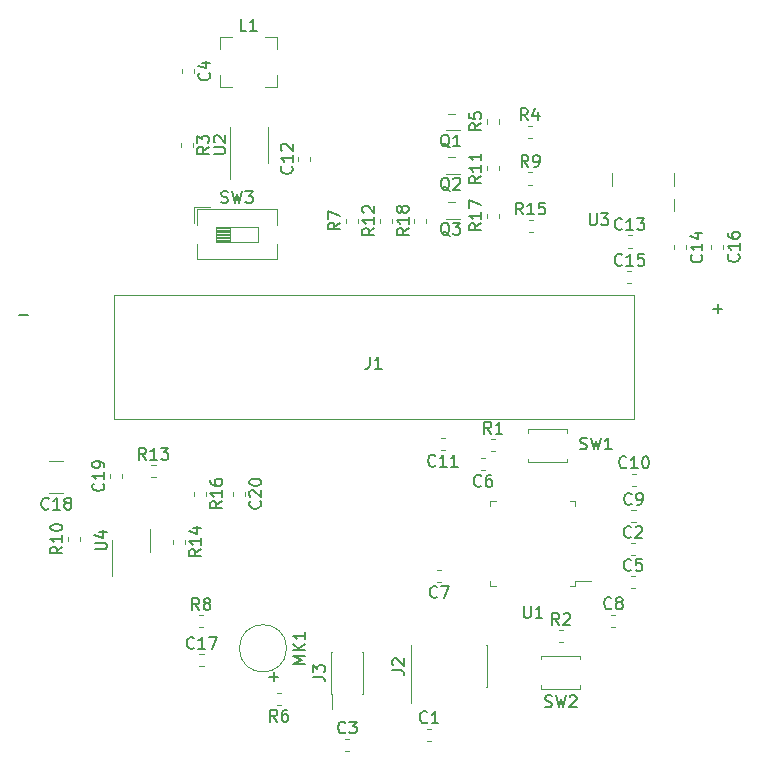
<source format=gbr>
G04 #@! TF.GenerationSoftware,KiCad,Pcbnew,5.1.5-52549c5~84~ubuntu18.04.1*
G04 #@! TF.CreationDate,2020-01-06T13:59:53+01:00*
G04 #@! TF.ProjectId,PCB-Ange,5043422d-416e-4676-952e-6b696361645f,rev?*
G04 #@! TF.SameCoordinates,Original*
G04 #@! TF.FileFunction,Legend,Top*
G04 #@! TF.FilePolarity,Positive*
%FSLAX46Y46*%
G04 Gerber Fmt 4.6, Leading zero omitted, Abs format (unit mm)*
G04 Created by KiCad (PCBNEW 5.1.5-52549c5~84~ubuntu18.04.1) date 2020-01-06 13:59:53*
%MOMM*%
%LPD*%
G04 APERTURE LIST*
%ADD10C,0.120000*%
%ADD11C,0.150000*%
G04 APERTURE END LIST*
D10*
X96384000Y-128485800D02*
X96384000Y-124955800D01*
X99044000Y-128485800D02*
X99044000Y-124955800D01*
X96449000Y-129810800D02*
X96449000Y-128485800D01*
X96384000Y-128485800D02*
X96449000Y-128485800D01*
X96384000Y-124955800D02*
X96449000Y-124955800D01*
X98979000Y-128485800D02*
X99044000Y-128485800D01*
X98979000Y-124955800D02*
X99044000Y-124955800D01*
X91043600Y-82016800D02*
X91043600Y-80516800D01*
X91043600Y-82016800D02*
X91043600Y-83516800D01*
X87823600Y-82016800D02*
X87823600Y-80516800D01*
X87823600Y-82016800D02*
X87823600Y-84941800D01*
X78000000Y-105250000D02*
X78000000Y-94750000D01*
X122000000Y-105250000D02*
X78000000Y-105250000D01*
X122000000Y-94750000D02*
X122000000Y-105250000D01*
X78000000Y-94750000D02*
X122000000Y-94750000D01*
X104513733Y-131443200D02*
X104856267Y-131443200D01*
X104513733Y-132463200D02*
X104856267Y-132463200D01*
X121785733Y-116766000D02*
X122128267Y-116766000D01*
X121785733Y-115746000D02*
X122128267Y-115746000D01*
X97582133Y-132306800D02*
X97924667Y-132306800D01*
X97582133Y-133326800D02*
X97924667Y-133326800D01*
X83742000Y-75585733D02*
X83742000Y-75928267D01*
X84762000Y-75585733D02*
X84762000Y-75928267D01*
X121785733Y-118540000D02*
X122128267Y-118540000D01*
X121785733Y-119560000D02*
X122128267Y-119560000D01*
X109416867Y-108557800D02*
X109074333Y-108557800D01*
X109416867Y-109577800D02*
X109074333Y-109577800D01*
X105697067Y-119001200D02*
X105354533Y-119001200D01*
X105697067Y-117981200D02*
X105354533Y-117981200D01*
X120109333Y-122811200D02*
X120451867Y-122811200D01*
X120109333Y-121791200D02*
X120451867Y-121791200D01*
X121813733Y-113972000D02*
X122156267Y-113972000D01*
X121813733Y-112952000D02*
X122156267Y-112952000D01*
X121850533Y-109853200D02*
X122193067Y-109853200D01*
X121850533Y-110873200D02*
X122193067Y-110873200D01*
X106013267Y-107876000D02*
X105670733Y-107876000D01*
X106013267Y-106856000D02*
X105670733Y-106856000D01*
X94617200Y-83356467D02*
X94617200Y-83013933D01*
X93597200Y-83356467D02*
X93597200Y-83013933D01*
X121480933Y-89685600D02*
X121823467Y-89685600D01*
X121480933Y-90705600D02*
X121823467Y-90705600D01*
X126443400Y-90506933D02*
X126443400Y-90849467D01*
X125423400Y-90506933D02*
X125423400Y-90849467D01*
X121469533Y-93728200D02*
X121812067Y-93728200D01*
X121469533Y-92708200D02*
X121812067Y-92708200D01*
X128573000Y-90467533D02*
X128573000Y-90810067D01*
X129593000Y-90467533D02*
X129593000Y-90810067D01*
X85237733Y-125144000D02*
X85580267Y-125144000D01*
X85237733Y-126164000D02*
X85580267Y-126164000D01*
X73714564Y-111520000D02*
X72510436Y-111520000D01*
X73714564Y-108800000D02*
X72510436Y-108800000D01*
X78666000Y-110218267D02*
X78666000Y-109875733D01*
X77646000Y-110218267D02*
X77646000Y-109875733D01*
X89080000Y-111371733D02*
X89080000Y-111714267D01*
X88060000Y-111371733D02*
X88060000Y-111714267D01*
X103115000Y-127927000D02*
X103115000Y-124397000D01*
X109585000Y-127927000D02*
X109585000Y-124397000D01*
X103180000Y-129252000D02*
X103180000Y-127927000D01*
X103115000Y-127927000D02*
X103180000Y-127927000D01*
X103115000Y-124397000D02*
X103180000Y-124397000D01*
X109520000Y-127927000D02*
X109585000Y-127927000D01*
X109520000Y-124397000D02*
X109585000Y-124397000D01*
X91767800Y-77116400D02*
X91767800Y-76091400D01*
X91767800Y-77116400D02*
X90742800Y-77116400D01*
X86997800Y-77116400D02*
X88022800Y-77116400D01*
X86997800Y-77116400D02*
X86997800Y-76091400D01*
X86997800Y-72896400D02*
X86997800Y-73921400D01*
X91767800Y-72896400D02*
X91767800Y-73921400D01*
X86997800Y-72896400D02*
X88022800Y-72896400D01*
X91767800Y-72896400D02*
X90742800Y-72896400D01*
X92610000Y-124638000D02*
G75*
G03X92610000Y-124638000I-2000000J0D01*
G01*
X106104000Y-80786400D02*
X107304000Y-80786400D01*
X107304000Y-80786400D02*
X107304000Y-80786400D01*
X106304000Y-79386400D02*
X106904000Y-79386400D01*
X106104000Y-84444000D02*
X107304000Y-84444000D01*
X107304000Y-84444000D02*
X107304000Y-84444000D01*
X106304000Y-83044000D02*
X106904000Y-83044000D01*
X106304000Y-86854000D02*
X106904000Y-86854000D01*
X107304000Y-88254000D02*
X107304000Y-88254000D01*
X106104000Y-88254000D02*
X107304000Y-88254000D01*
X109926533Y-106932200D02*
X110269067Y-106932200D01*
X109926533Y-107952200D02*
X110269067Y-107952200D01*
X115689733Y-124132000D02*
X116032267Y-124132000D01*
X115689733Y-123112000D02*
X116032267Y-123112000D01*
X84660400Y-81834133D02*
X84660400Y-82176667D01*
X83640400Y-81834133D02*
X83640400Y-82176667D01*
X113025333Y-80389200D02*
X113367867Y-80389200D01*
X113025333Y-81409200D02*
X113367867Y-81409200D01*
X110568400Y-80206867D02*
X110568400Y-79864333D01*
X109548400Y-80206867D02*
X109548400Y-79864333D01*
X92156267Y-129466000D02*
X91813733Y-129466000D01*
X92156267Y-128446000D02*
X91813733Y-128446000D01*
X98630400Y-88600267D02*
X98630400Y-88257733D01*
X97610400Y-88600267D02*
X97610400Y-88257733D01*
X85209733Y-122862000D02*
X85552267Y-122862000D01*
X85209733Y-121842000D02*
X85552267Y-121842000D01*
X113076133Y-84351600D02*
X113418667Y-84351600D01*
X113076133Y-85371600D02*
X113418667Y-85371600D01*
X74090000Y-115552267D02*
X74090000Y-115209733D01*
X75110000Y-115552267D02*
X75110000Y-115209733D01*
X110568400Y-84180667D02*
X110568400Y-83838133D01*
X109548400Y-84180667D02*
X109548400Y-83838133D01*
X100506000Y-88600267D02*
X100506000Y-88257733D01*
X101526000Y-88600267D02*
X101526000Y-88257733D01*
X81173733Y-109142000D02*
X81516267Y-109142000D01*
X81173733Y-110162000D02*
X81516267Y-110162000D01*
X82980000Y-115435733D02*
X82980000Y-115778267D01*
X84000000Y-115435733D02*
X84000000Y-115778267D01*
X113098933Y-89384800D02*
X113441467Y-89384800D01*
X113098933Y-88364800D02*
X113441467Y-88364800D01*
X84758000Y-111371733D02*
X84758000Y-111714267D01*
X85778000Y-111371733D02*
X85778000Y-111714267D01*
X109548400Y-88193867D02*
X109548400Y-87851333D01*
X110568400Y-88193867D02*
X110568400Y-87851333D01*
X104421600Y-88600267D02*
X104421600Y-88257733D01*
X103401600Y-88600267D02*
X103401600Y-88257733D01*
X116356600Y-106067600D02*
X116356600Y-106367600D01*
X113056600Y-106067600D02*
X116356600Y-106067600D01*
X113056600Y-106367600D02*
X113056600Y-106067600D01*
X116356600Y-108867600D02*
X116356600Y-108567600D01*
X113056600Y-108867600D02*
X116356600Y-108867600D01*
X113056600Y-108567600D02*
X113056600Y-108867600D01*
X117476000Y-125570000D02*
X117476000Y-125270000D01*
X117476000Y-125270000D02*
X114176000Y-125270000D01*
X114176000Y-125270000D02*
X114176000Y-125570000D01*
X117476000Y-127770000D02*
X117476000Y-128070000D01*
X117476000Y-128070000D02*
X114176000Y-128070000D01*
X114176000Y-128070000D02*
X114176000Y-127770000D01*
X85007600Y-87476000D02*
X91827600Y-87476000D01*
X85007600Y-91696000D02*
X91827600Y-91696000D01*
X85007600Y-87476000D02*
X85007600Y-88786000D01*
X85007600Y-90386000D02*
X85007600Y-91696000D01*
X91827600Y-87476000D02*
X91827600Y-88786000D01*
X91827600Y-90386000D02*
X91827600Y-91696000D01*
X84767600Y-87236000D02*
X86150600Y-87236000D01*
X84767600Y-87236000D02*
X84767600Y-88619000D01*
X86607600Y-88951000D02*
X86607600Y-90221000D01*
X86607600Y-90221000D02*
X90227600Y-90221000D01*
X90227600Y-90221000D02*
X90227600Y-88951000D01*
X90227600Y-88951000D02*
X86607600Y-88951000D01*
X86607600Y-89071000D02*
X87814267Y-89071000D01*
X86607600Y-89191000D02*
X87814267Y-89191000D01*
X86607600Y-89311000D02*
X87814267Y-89311000D01*
X86607600Y-89431000D02*
X87814267Y-89431000D01*
X86607600Y-89551000D02*
X87814267Y-89551000D01*
X86607600Y-89671000D02*
X87814267Y-89671000D01*
X86607600Y-89791000D02*
X87814267Y-89791000D01*
X86607600Y-89911000D02*
X87814267Y-89911000D01*
X86607600Y-90031000D02*
X87814267Y-90031000D01*
X86607600Y-90151000D02*
X87814267Y-90151000D01*
X87814267Y-88951000D02*
X87814267Y-90221000D01*
X110302000Y-112138000D02*
X109852000Y-112138000D01*
X109852000Y-112138000D02*
X109852000Y-112588000D01*
X116622000Y-112138000D02*
X117072000Y-112138000D01*
X117072000Y-112138000D02*
X117072000Y-112588000D01*
X110302000Y-119358000D02*
X109852000Y-119358000D01*
X109852000Y-119358000D02*
X109852000Y-118908000D01*
X116622000Y-119358000D02*
X117072000Y-119358000D01*
X117072000Y-119358000D02*
X117072000Y-118908000D01*
X117072000Y-118908000D02*
X118362000Y-118908000D01*
X120173800Y-85470000D02*
X120173800Y-84420000D01*
X125393800Y-86590000D02*
X125393800Y-87640000D01*
X125393800Y-85470000D02*
X125393800Y-84420000D01*
X81046000Y-114494000D02*
X81046000Y-116494000D01*
X77806000Y-115494000D02*
X77806000Y-118494000D01*
D11*
X94836380Y-127054133D02*
X95550666Y-127054133D01*
X95693523Y-127101752D01*
X95788761Y-127196990D01*
X95836380Y-127339847D01*
X95836380Y-127435085D01*
X94836380Y-126673180D02*
X94836380Y-126054133D01*
X95217333Y-126387466D01*
X95217333Y-126244609D01*
X95264952Y-126149371D01*
X95312571Y-126101752D01*
X95407809Y-126054133D01*
X95645904Y-126054133D01*
X95741142Y-126101752D01*
X95788761Y-126149371D01*
X95836380Y-126244609D01*
X95836380Y-126530323D01*
X95788761Y-126625561D01*
X95741142Y-126673180D01*
X86435980Y-82778704D02*
X87245504Y-82778704D01*
X87340742Y-82731085D01*
X87388361Y-82683466D01*
X87435980Y-82588228D01*
X87435980Y-82397752D01*
X87388361Y-82302514D01*
X87340742Y-82254895D01*
X87245504Y-82207276D01*
X86435980Y-82207276D01*
X86531219Y-81778704D02*
X86483600Y-81731085D01*
X86435980Y-81635847D01*
X86435980Y-81397752D01*
X86483600Y-81302514D01*
X86531219Y-81254895D01*
X86626457Y-81207276D01*
X86721695Y-81207276D01*
X86864552Y-81254895D01*
X87435980Y-81826323D01*
X87435980Y-81207276D01*
X99666666Y-99952380D02*
X99666666Y-100666666D01*
X99619047Y-100809523D01*
X99523809Y-100904761D01*
X99380952Y-100952380D01*
X99285714Y-100952380D01*
X100666666Y-100952380D02*
X100095238Y-100952380D01*
X100380952Y-100952380D02*
X100380952Y-99952380D01*
X100285714Y-100095238D01*
X100190476Y-100190476D01*
X100095238Y-100238095D01*
X69951847Y-96439228D02*
X70713752Y-96439228D01*
X128752847Y-95880428D02*
X129514752Y-95880428D01*
X129133800Y-96261380D02*
X129133800Y-95499476D01*
X104518333Y-130880342D02*
X104470714Y-130927961D01*
X104327857Y-130975580D01*
X104232619Y-130975580D01*
X104089761Y-130927961D01*
X103994523Y-130832723D01*
X103946904Y-130737485D01*
X103899285Y-130547009D01*
X103899285Y-130404152D01*
X103946904Y-130213676D01*
X103994523Y-130118438D01*
X104089761Y-130023200D01*
X104232619Y-129975580D01*
X104327857Y-129975580D01*
X104470714Y-130023200D01*
X104518333Y-130070819D01*
X105470714Y-130975580D02*
X104899285Y-130975580D01*
X105185000Y-130975580D02*
X105185000Y-129975580D01*
X105089761Y-130118438D01*
X104994523Y-130213676D01*
X104899285Y-130261295D01*
X121790333Y-115183142D02*
X121742714Y-115230761D01*
X121599857Y-115278380D01*
X121504619Y-115278380D01*
X121361761Y-115230761D01*
X121266523Y-115135523D01*
X121218904Y-115040285D01*
X121171285Y-114849809D01*
X121171285Y-114706952D01*
X121218904Y-114516476D01*
X121266523Y-114421238D01*
X121361761Y-114326000D01*
X121504619Y-114278380D01*
X121599857Y-114278380D01*
X121742714Y-114326000D01*
X121790333Y-114373619D01*
X122171285Y-114373619D02*
X122218904Y-114326000D01*
X122314142Y-114278380D01*
X122552238Y-114278380D01*
X122647476Y-114326000D01*
X122695095Y-114373619D01*
X122742714Y-114468857D01*
X122742714Y-114564095D01*
X122695095Y-114706952D01*
X122123666Y-115278380D01*
X122742714Y-115278380D01*
X97586733Y-131743942D02*
X97539114Y-131791561D01*
X97396257Y-131839180D01*
X97301019Y-131839180D01*
X97158161Y-131791561D01*
X97062923Y-131696323D01*
X97015304Y-131601085D01*
X96967685Y-131410609D01*
X96967685Y-131267752D01*
X97015304Y-131077276D01*
X97062923Y-130982038D01*
X97158161Y-130886800D01*
X97301019Y-130839180D01*
X97396257Y-130839180D01*
X97539114Y-130886800D01*
X97586733Y-130934419D01*
X97920066Y-130839180D02*
X98539114Y-130839180D01*
X98205780Y-131220133D01*
X98348638Y-131220133D01*
X98443876Y-131267752D01*
X98491495Y-131315371D01*
X98539114Y-131410609D01*
X98539114Y-131648704D01*
X98491495Y-131743942D01*
X98443876Y-131791561D01*
X98348638Y-131839180D01*
X98062923Y-131839180D01*
X97967685Y-131791561D01*
X97920066Y-131743942D01*
X86039142Y-75923666D02*
X86086761Y-75971285D01*
X86134380Y-76114142D01*
X86134380Y-76209380D01*
X86086761Y-76352238D01*
X85991523Y-76447476D01*
X85896285Y-76495095D01*
X85705809Y-76542714D01*
X85562952Y-76542714D01*
X85372476Y-76495095D01*
X85277238Y-76447476D01*
X85182000Y-76352238D01*
X85134380Y-76209380D01*
X85134380Y-76114142D01*
X85182000Y-75971285D01*
X85229619Y-75923666D01*
X85467714Y-75066523D02*
X86134380Y-75066523D01*
X85086761Y-75304619D02*
X85801047Y-75542714D01*
X85801047Y-74923666D01*
X121790333Y-117977142D02*
X121742714Y-118024761D01*
X121599857Y-118072380D01*
X121504619Y-118072380D01*
X121361761Y-118024761D01*
X121266523Y-117929523D01*
X121218904Y-117834285D01*
X121171285Y-117643809D01*
X121171285Y-117500952D01*
X121218904Y-117310476D01*
X121266523Y-117215238D01*
X121361761Y-117120000D01*
X121504619Y-117072380D01*
X121599857Y-117072380D01*
X121742714Y-117120000D01*
X121790333Y-117167619D01*
X122695095Y-117072380D02*
X122218904Y-117072380D01*
X122171285Y-117548571D01*
X122218904Y-117500952D01*
X122314142Y-117453333D01*
X122552238Y-117453333D01*
X122647476Y-117500952D01*
X122695095Y-117548571D01*
X122742714Y-117643809D01*
X122742714Y-117881904D01*
X122695095Y-117977142D01*
X122647476Y-118024761D01*
X122552238Y-118072380D01*
X122314142Y-118072380D01*
X122218904Y-118024761D01*
X122171285Y-117977142D01*
X109078933Y-110854942D02*
X109031314Y-110902561D01*
X108888457Y-110950180D01*
X108793219Y-110950180D01*
X108650361Y-110902561D01*
X108555123Y-110807323D01*
X108507504Y-110712085D01*
X108459885Y-110521609D01*
X108459885Y-110378752D01*
X108507504Y-110188276D01*
X108555123Y-110093038D01*
X108650361Y-109997800D01*
X108793219Y-109950180D01*
X108888457Y-109950180D01*
X109031314Y-109997800D01*
X109078933Y-110045419D01*
X109936076Y-109950180D02*
X109745600Y-109950180D01*
X109650361Y-109997800D01*
X109602742Y-110045419D01*
X109507504Y-110188276D01*
X109459885Y-110378752D01*
X109459885Y-110759704D01*
X109507504Y-110854942D01*
X109555123Y-110902561D01*
X109650361Y-110950180D01*
X109840838Y-110950180D01*
X109936076Y-110902561D01*
X109983695Y-110854942D01*
X110031314Y-110759704D01*
X110031314Y-110521609D01*
X109983695Y-110426371D01*
X109936076Y-110378752D01*
X109840838Y-110331133D01*
X109650361Y-110331133D01*
X109555123Y-110378752D01*
X109507504Y-110426371D01*
X109459885Y-110521609D01*
X105359133Y-120278342D02*
X105311514Y-120325961D01*
X105168657Y-120373580D01*
X105073419Y-120373580D01*
X104930561Y-120325961D01*
X104835323Y-120230723D01*
X104787704Y-120135485D01*
X104740085Y-119945009D01*
X104740085Y-119802152D01*
X104787704Y-119611676D01*
X104835323Y-119516438D01*
X104930561Y-119421200D01*
X105073419Y-119373580D01*
X105168657Y-119373580D01*
X105311514Y-119421200D01*
X105359133Y-119468819D01*
X105692466Y-119373580D02*
X106359133Y-119373580D01*
X105930561Y-120373580D01*
X120113933Y-121228342D02*
X120066314Y-121275961D01*
X119923457Y-121323580D01*
X119828219Y-121323580D01*
X119685361Y-121275961D01*
X119590123Y-121180723D01*
X119542504Y-121085485D01*
X119494885Y-120895009D01*
X119494885Y-120752152D01*
X119542504Y-120561676D01*
X119590123Y-120466438D01*
X119685361Y-120371200D01*
X119828219Y-120323580D01*
X119923457Y-120323580D01*
X120066314Y-120371200D01*
X120113933Y-120418819D01*
X120685361Y-120752152D02*
X120590123Y-120704533D01*
X120542504Y-120656914D01*
X120494885Y-120561676D01*
X120494885Y-120514057D01*
X120542504Y-120418819D01*
X120590123Y-120371200D01*
X120685361Y-120323580D01*
X120875838Y-120323580D01*
X120971076Y-120371200D01*
X121018695Y-120418819D01*
X121066314Y-120514057D01*
X121066314Y-120561676D01*
X121018695Y-120656914D01*
X120971076Y-120704533D01*
X120875838Y-120752152D01*
X120685361Y-120752152D01*
X120590123Y-120799771D01*
X120542504Y-120847390D01*
X120494885Y-120942628D01*
X120494885Y-121133104D01*
X120542504Y-121228342D01*
X120590123Y-121275961D01*
X120685361Y-121323580D01*
X120875838Y-121323580D01*
X120971076Y-121275961D01*
X121018695Y-121228342D01*
X121066314Y-121133104D01*
X121066314Y-120942628D01*
X121018695Y-120847390D01*
X120971076Y-120799771D01*
X120875838Y-120752152D01*
X121818333Y-112389142D02*
X121770714Y-112436761D01*
X121627857Y-112484380D01*
X121532619Y-112484380D01*
X121389761Y-112436761D01*
X121294523Y-112341523D01*
X121246904Y-112246285D01*
X121199285Y-112055809D01*
X121199285Y-111912952D01*
X121246904Y-111722476D01*
X121294523Y-111627238D01*
X121389761Y-111532000D01*
X121532619Y-111484380D01*
X121627857Y-111484380D01*
X121770714Y-111532000D01*
X121818333Y-111579619D01*
X122294523Y-112484380D02*
X122485000Y-112484380D01*
X122580238Y-112436761D01*
X122627857Y-112389142D01*
X122723095Y-112246285D01*
X122770714Y-112055809D01*
X122770714Y-111674857D01*
X122723095Y-111579619D01*
X122675476Y-111532000D01*
X122580238Y-111484380D01*
X122389761Y-111484380D01*
X122294523Y-111532000D01*
X122246904Y-111579619D01*
X122199285Y-111674857D01*
X122199285Y-111912952D01*
X122246904Y-112008190D01*
X122294523Y-112055809D01*
X122389761Y-112103428D01*
X122580238Y-112103428D01*
X122675476Y-112055809D01*
X122723095Y-112008190D01*
X122770714Y-111912952D01*
X121378942Y-109290342D02*
X121331323Y-109337961D01*
X121188466Y-109385580D01*
X121093228Y-109385580D01*
X120950371Y-109337961D01*
X120855133Y-109242723D01*
X120807514Y-109147485D01*
X120759895Y-108957009D01*
X120759895Y-108814152D01*
X120807514Y-108623676D01*
X120855133Y-108528438D01*
X120950371Y-108433200D01*
X121093228Y-108385580D01*
X121188466Y-108385580D01*
X121331323Y-108433200D01*
X121378942Y-108480819D01*
X122331323Y-109385580D02*
X121759895Y-109385580D01*
X122045609Y-109385580D02*
X122045609Y-108385580D01*
X121950371Y-108528438D01*
X121855133Y-108623676D01*
X121759895Y-108671295D01*
X122950371Y-108385580D02*
X123045609Y-108385580D01*
X123140847Y-108433200D01*
X123188466Y-108480819D01*
X123236085Y-108576057D01*
X123283704Y-108766533D01*
X123283704Y-109004628D01*
X123236085Y-109195104D01*
X123188466Y-109290342D01*
X123140847Y-109337961D01*
X123045609Y-109385580D01*
X122950371Y-109385580D01*
X122855133Y-109337961D01*
X122807514Y-109290342D01*
X122759895Y-109195104D01*
X122712276Y-109004628D01*
X122712276Y-108766533D01*
X122759895Y-108576057D01*
X122807514Y-108480819D01*
X122855133Y-108433200D01*
X122950371Y-108385580D01*
X105199142Y-109153142D02*
X105151523Y-109200761D01*
X105008666Y-109248380D01*
X104913428Y-109248380D01*
X104770571Y-109200761D01*
X104675333Y-109105523D01*
X104627714Y-109010285D01*
X104580095Y-108819809D01*
X104580095Y-108676952D01*
X104627714Y-108486476D01*
X104675333Y-108391238D01*
X104770571Y-108296000D01*
X104913428Y-108248380D01*
X105008666Y-108248380D01*
X105151523Y-108296000D01*
X105199142Y-108343619D01*
X106151523Y-109248380D02*
X105580095Y-109248380D01*
X105865809Y-109248380D02*
X105865809Y-108248380D01*
X105770571Y-108391238D01*
X105675333Y-108486476D01*
X105580095Y-108534095D01*
X107103904Y-109248380D02*
X106532476Y-109248380D01*
X106818190Y-109248380D02*
X106818190Y-108248380D01*
X106722952Y-108391238D01*
X106627714Y-108486476D01*
X106532476Y-108534095D01*
X93034342Y-83828057D02*
X93081961Y-83875676D01*
X93129580Y-84018533D01*
X93129580Y-84113771D01*
X93081961Y-84256628D01*
X92986723Y-84351866D01*
X92891485Y-84399485D01*
X92701009Y-84447104D01*
X92558152Y-84447104D01*
X92367676Y-84399485D01*
X92272438Y-84351866D01*
X92177200Y-84256628D01*
X92129580Y-84113771D01*
X92129580Y-84018533D01*
X92177200Y-83875676D01*
X92224819Y-83828057D01*
X93129580Y-82875676D02*
X93129580Y-83447104D01*
X93129580Y-83161390D02*
X92129580Y-83161390D01*
X92272438Y-83256628D01*
X92367676Y-83351866D01*
X92415295Y-83447104D01*
X92224819Y-82494723D02*
X92177200Y-82447104D01*
X92129580Y-82351866D01*
X92129580Y-82113771D01*
X92177200Y-82018533D01*
X92224819Y-81970914D01*
X92320057Y-81923295D01*
X92415295Y-81923295D01*
X92558152Y-81970914D01*
X93129580Y-82542342D01*
X93129580Y-81923295D01*
X121009342Y-89122742D02*
X120961723Y-89170361D01*
X120818866Y-89217980D01*
X120723628Y-89217980D01*
X120580771Y-89170361D01*
X120485533Y-89075123D01*
X120437914Y-88979885D01*
X120390295Y-88789409D01*
X120390295Y-88646552D01*
X120437914Y-88456076D01*
X120485533Y-88360838D01*
X120580771Y-88265600D01*
X120723628Y-88217980D01*
X120818866Y-88217980D01*
X120961723Y-88265600D01*
X121009342Y-88313219D01*
X121961723Y-89217980D02*
X121390295Y-89217980D01*
X121676009Y-89217980D02*
X121676009Y-88217980D01*
X121580771Y-88360838D01*
X121485533Y-88456076D01*
X121390295Y-88503695D01*
X122295057Y-88217980D02*
X122914104Y-88217980D01*
X122580771Y-88598933D01*
X122723628Y-88598933D01*
X122818866Y-88646552D01*
X122866485Y-88694171D01*
X122914104Y-88789409D01*
X122914104Y-89027504D01*
X122866485Y-89122742D01*
X122818866Y-89170361D01*
X122723628Y-89217980D01*
X122437914Y-89217980D01*
X122342676Y-89170361D01*
X122295057Y-89122742D01*
X127720542Y-91321057D02*
X127768161Y-91368676D01*
X127815780Y-91511533D01*
X127815780Y-91606771D01*
X127768161Y-91749628D01*
X127672923Y-91844866D01*
X127577685Y-91892485D01*
X127387209Y-91940104D01*
X127244352Y-91940104D01*
X127053876Y-91892485D01*
X126958638Y-91844866D01*
X126863400Y-91749628D01*
X126815780Y-91606771D01*
X126815780Y-91511533D01*
X126863400Y-91368676D01*
X126911019Y-91321057D01*
X127815780Y-90368676D02*
X127815780Y-90940104D01*
X127815780Y-90654390D02*
X126815780Y-90654390D01*
X126958638Y-90749628D01*
X127053876Y-90844866D01*
X127101495Y-90940104D01*
X127149114Y-89511533D02*
X127815780Y-89511533D01*
X126768161Y-89749628D02*
X127482447Y-89987723D01*
X127482447Y-89368676D01*
X120997942Y-92145342D02*
X120950323Y-92192961D01*
X120807466Y-92240580D01*
X120712228Y-92240580D01*
X120569371Y-92192961D01*
X120474133Y-92097723D01*
X120426514Y-92002485D01*
X120378895Y-91812009D01*
X120378895Y-91669152D01*
X120426514Y-91478676D01*
X120474133Y-91383438D01*
X120569371Y-91288200D01*
X120712228Y-91240580D01*
X120807466Y-91240580D01*
X120950323Y-91288200D01*
X120997942Y-91335819D01*
X121950323Y-92240580D02*
X121378895Y-92240580D01*
X121664609Y-92240580D02*
X121664609Y-91240580D01*
X121569371Y-91383438D01*
X121474133Y-91478676D01*
X121378895Y-91526295D01*
X122855085Y-91240580D02*
X122378895Y-91240580D01*
X122331276Y-91716771D01*
X122378895Y-91669152D01*
X122474133Y-91621533D01*
X122712228Y-91621533D01*
X122807466Y-91669152D01*
X122855085Y-91716771D01*
X122902704Y-91812009D01*
X122902704Y-92050104D01*
X122855085Y-92145342D01*
X122807466Y-92192961D01*
X122712228Y-92240580D01*
X122474133Y-92240580D01*
X122378895Y-92192961D01*
X122331276Y-92145342D01*
X130870142Y-91281657D02*
X130917761Y-91329276D01*
X130965380Y-91472133D01*
X130965380Y-91567371D01*
X130917761Y-91710228D01*
X130822523Y-91805466D01*
X130727285Y-91853085D01*
X130536809Y-91900704D01*
X130393952Y-91900704D01*
X130203476Y-91853085D01*
X130108238Y-91805466D01*
X130013000Y-91710228D01*
X129965380Y-91567371D01*
X129965380Y-91472133D01*
X130013000Y-91329276D01*
X130060619Y-91281657D01*
X130965380Y-90329276D02*
X130965380Y-90900704D01*
X130965380Y-90614990D02*
X129965380Y-90614990D01*
X130108238Y-90710228D01*
X130203476Y-90805466D01*
X130251095Y-90900704D01*
X129965380Y-89472133D02*
X129965380Y-89662609D01*
X130013000Y-89757847D01*
X130060619Y-89805466D01*
X130203476Y-89900704D01*
X130393952Y-89948323D01*
X130774904Y-89948323D01*
X130870142Y-89900704D01*
X130917761Y-89853085D01*
X130965380Y-89757847D01*
X130965380Y-89567371D01*
X130917761Y-89472133D01*
X130870142Y-89424514D01*
X130774904Y-89376895D01*
X130536809Y-89376895D01*
X130441571Y-89424514D01*
X130393952Y-89472133D01*
X130346333Y-89567371D01*
X130346333Y-89757847D01*
X130393952Y-89853085D01*
X130441571Y-89900704D01*
X130536809Y-89948323D01*
X84766142Y-124581142D02*
X84718523Y-124628761D01*
X84575666Y-124676380D01*
X84480428Y-124676380D01*
X84337571Y-124628761D01*
X84242333Y-124533523D01*
X84194714Y-124438285D01*
X84147095Y-124247809D01*
X84147095Y-124104952D01*
X84194714Y-123914476D01*
X84242333Y-123819238D01*
X84337571Y-123724000D01*
X84480428Y-123676380D01*
X84575666Y-123676380D01*
X84718523Y-123724000D01*
X84766142Y-123771619D01*
X85718523Y-124676380D02*
X85147095Y-124676380D01*
X85432809Y-124676380D02*
X85432809Y-123676380D01*
X85337571Y-123819238D01*
X85242333Y-123914476D01*
X85147095Y-123962095D01*
X86051857Y-123676380D02*
X86718523Y-123676380D01*
X86289952Y-124676380D01*
X72469642Y-112797142D02*
X72422023Y-112844761D01*
X72279166Y-112892380D01*
X72183928Y-112892380D01*
X72041071Y-112844761D01*
X71945833Y-112749523D01*
X71898214Y-112654285D01*
X71850595Y-112463809D01*
X71850595Y-112320952D01*
X71898214Y-112130476D01*
X71945833Y-112035238D01*
X72041071Y-111940000D01*
X72183928Y-111892380D01*
X72279166Y-111892380D01*
X72422023Y-111940000D01*
X72469642Y-111987619D01*
X73422023Y-112892380D02*
X72850595Y-112892380D01*
X73136309Y-112892380D02*
X73136309Y-111892380D01*
X73041071Y-112035238D01*
X72945833Y-112130476D01*
X72850595Y-112178095D01*
X73993452Y-112320952D02*
X73898214Y-112273333D01*
X73850595Y-112225714D01*
X73802976Y-112130476D01*
X73802976Y-112082857D01*
X73850595Y-111987619D01*
X73898214Y-111940000D01*
X73993452Y-111892380D01*
X74183928Y-111892380D01*
X74279166Y-111940000D01*
X74326785Y-111987619D01*
X74374404Y-112082857D01*
X74374404Y-112130476D01*
X74326785Y-112225714D01*
X74279166Y-112273333D01*
X74183928Y-112320952D01*
X73993452Y-112320952D01*
X73898214Y-112368571D01*
X73850595Y-112416190D01*
X73802976Y-112511428D01*
X73802976Y-112701904D01*
X73850595Y-112797142D01*
X73898214Y-112844761D01*
X73993452Y-112892380D01*
X74183928Y-112892380D01*
X74279166Y-112844761D01*
X74326785Y-112797142D01*
X74374404Y-112701904D01*
X74374404Y-112511428D01*
X74326785Y-112416190D01*
X74279166Y-112368571D01*
X74183928Y-112320952D01*
X77083142Y-110689857D02*
X77130761Y-110737476D01*
X77178380Y-110880333D01*
X77178380Y-110975571D01*
X77130761Y-111118428D01*
X77035523Y-111213666D01*
X76940285Y-111261285D01*
X76749809Y-111308904D01*
X76606952Y-111308904D01*
X76416476Y-111261285D01*
X76321238Y-111213666D01*
X76226000Y-111118428D01*
X76178380Y-110975571D01*
X76178380Y-110880333D01*
X76226000Y-110737476D01*
X76273619Y-110689857D01*
X77178380Y-109737476D02*
X77178380Y-110308904D01*
X77178380Y-110023190D02*
X76178380Y-110023190D01*
X76321238Y-110118428D01*
X76416476Y-110213666D01*
X76464095Y-110308904D01*
X77178380Y-109261285D02*
X77178380Y-109070809D01*
X77130761Y-108975571D01*
X77083142Y-108927952D01*
X76940285Y-108832714D01*
X76749809Y-108785095D01*
X76368857Y-108785095D01*
X76273619Y-108832714D01*
X76226000Y-108880333D01*
X76178380Y-108975571D01*
X76178380Y-109166047D01*
X76226000Y-109261285D01*
X76273619Y-109308904D01*
X76368857Y-109356523D01*
X76606952Y-109356523D01*
X76702190Y-109308904D01*
X76749809Y-109261285D01*
X76797428Y-109166047D01*
X76797428Y-108975571D01*
X76749809Y-108880333D01*
X76702190Y-108832714D01*
X76606952Y-108785095D01*
X90357142Y-112185857D02*
X90404761Y-112233476D01*
X90452380Y-112376333D01*
X90452380Y-112471571D01*
X90404761Y-112614428D01*
X90309523Y-112709666D01*
X90214285Y-112757285D01*
X90023809Y-112804904D01*
X89880952Y-112804904D01*
X89690476Y-112757285D01*
X89595238Y-112709666D01*
X89500000Y-112614428D01*
X89452380Y-112471571D01*
X89452380Y-112376333D01*
X89500000Y-112233476D01*
X89547619Y-112185857D01*
X89547619Y-111804904D02*
X89500000Y-111757285D01*
X89452380Y-111662047D01*
X89452380Y-111423952D01*
X89500000Y-111328714D01*
X89547619Y-111281095D01*
X89642857Y-111233476D01*
X89738095Y-111233476D01*
X89880952Y-111281095D01*
X90452380Y-111852523D01*
X90452380Y-111233476D01*
X89452380Y-110614428D02*
X89452380Y-110519190D01*
X89500000Y-110423952D01*
X89547619Y-110376333D01*
X89642857Y-110328714D01*
X89833333Y-110281095D01*
X90071428Y-110281095D01*
X90261904Y-110328714D01*
X90357142Y-110376333D01*
X90404761Y-110423952D01*
X90452380Y-110519190D01*
X90452380Y-110614428D01*
X90404761Y-110709666D01*
X90357142Y-110757285D01*
X90261904Y-110804904D01*
X90071428Y-110852523D01*
X89833333Y-110852523D01*
X89642857Y-110804904D01*
X89547619Y-110757285D01*
X89500000Y-110709666D01*
X89452380Y-110614428D01*
X101567380Y-126495333D02*
X102281666Y-126495333D01*
X102424523Y-126542952D01*
X102519761Y-126638190D01*
X102567380Y-126781047D01*
X102567380Y-126876285D01*
X101662619Y-126066761D02*
X101615000Y-126019142D01*
X101567380Y-125923904D01*
X101567380Y-125685809D01*
X101615000Y-125590571D01*
X101662619Y-125542952D01*
X101757857Y-125495333D01*
X101853095Y-125495333D01*
X101995952Y-125542952D01*
X102567380Y-126114380D01*
X102567380Y-125495333D01*
X89216133Y-72358780D02*
X88739942Y-72358780D01*
X88739942Y-71358780D01*
X90073276Y-72358780D02*
X89501847Y-72358780D01*
X89787561Y-72358780D02*
X89787561Y-71358780D01*
X89692323Y-71501638D01*
X89597085Y-71596876D01*
X89501847Y-71644495D01*
X94178580Y-125947523D02*
X93178580Y-125947523D01*
X93892866Y-125614190D01*
X93178580Y-125280857D01*
X94178580Y-125280857D01*
X94178580Y-124804666D02*
X93178580Y-124804666D01*
X94178580Y-124233238D02*
X93607152Y-124661809D01*
X93178580Y-124233238D02*
X93750009Y-124804666D01*
X94178580Y-123280857D02*
X94178580Y-123852285D01*
X94178580Y-123566571D02*
X93178580Y-123566571D01*
X93321438Y-123661809D01*
X93416676Y-123757047D01*
X93464295Y-123852285D01*
X91511628Y-127431952D02*
X91511628Y-126670047D01*
X91892580Y-127051000D02*
X91130676Y-127051000D01*
X106408761Y-82234019D02*
X106313523Y-82186400D01*
X106218285Y-82091161D01*
X106075428Y-81948304D01*
X105980190Y-81900685D01*
X105884952Y-81900685D01*
X105932571Y-82138780D02*
X105837333Y-82091161D01*
X105742095Y-81995923D01*
X105694476Y-81805447D01*
X105694476Y-81472114D01*
X105742095Y-81281638D01*
X105837333Y-81186400D01*
X105932571Y-81138780D01*
X106123047Y-81138780D01*
X106218285Y-81186400D01*
X106313523Y-81281638D01*
X106361142Y-81472114D01*
X106361142Y-81805447D01*
X106313523Y-81995923D01*
X106218285Y-82091161D01*
X106123047Y-82138780D01*
X105932571Y-82138780D01*
X107313523Y-82138780D02*
X106742095Y-82138780D01*
X107027809Y-82138780D02*
X107027809Y-81138780D01*
X106932571Y-81281638D01*
X106837333Y-81376876D01*
X106742095Y-81424495D01*
X106408761Y-85891619D02*
X106313523Y-85844000D01*
X106218285Y-85748761D01*
X106075428Y-85605904D01*
X105980190Y-85558285D01*
X105884952Y-85558285D01*
X105932571Y-85796380D02*
X105837333Y-85748761D01*
X105742095Y-85653523D01*
X105694476Y-85463047D01*
X105694476Y-85129714D01*
X105742095Y-84939238D01*
X105837333Y-84844000D01*
X105932571Y-84796380D01*
X106123047Y-84796380D01*
X106218285Y-84844000D01*
X106313523Y-84939238D01*
X106361142Y-85129714D01*
X106361142Y-85463047D01*
X106313523Y-85653523D01*
X106218285Y-85748761D01*
X106123047Y-85796380D01*
X105932571Y-85796380D01*
X106742095Y-84891619D02*
X106789714Y-84844000D01*
X106884952Y-84796380D01*
X107123047Y-84796380D01*
X107218285Y-84844000D01*
X107265904Y-84891619D01*
X107313523Y-84986857D01*
X107313523Y-85082095D01*
X107265904Y-85224952D01*
X106694476Y-85796380D01*
X107313523Y-85796380D01*
X106408761Y-89701619D02*
X106313523Y-89654000D01*
X106218285Y-89558761D01*
X106075428Y-89415904D01*
X105980190Y-89368285D01*
X105884952Y-89368285D01*
X105932571Y-89606380D02*
X105837333Y-89558761D01*
X105742095Y-89463523D01*
X105694476Y-89273047D01*
X105694476Y-88939714D01*
X105742095Y-88749238D01*
X105837333Y-88654000D01*
X105932571Y-88606380D01*
X106123047Y-88606380D01*
X106218285Y-88654000D01*
X106313523Y-88749238D01*
X106361142Y-88939714D01*
X106361142Y-89273047D01*
X106313523Y-89463523D01*
X106218285Y-89558761D01*
X106123047Y-89606380D01*
X105932571Y-89606380D01*
X106694476Y-88606380D02*
X107313523Y-88606380D01*
X106980190Y-88987333D01*
X107123047Y-88987333D01*
X107218285Y-89034952D01*
X107265904Y-89082571D01*
X107313523Y-89177809D01*
X107313523Y-89415904D01*
X107265904Y-89511142D01*
X107218285Y-89558761D01*
X107123047Y-89606380D01*
X106837333Y-89606380D01*
X106742095Y-89558761D01*
X106694476Y-89511142D01*
X109931133Y-106464580D02*
X109597800Y-105988390D01*
X109359704Y-106464580D02*
X109359704Y-105464580D01*
X109740657Y-105464580D01*
X109835895Y-105512200D01*
X109883514Y-105559819D01*
X109931133Y-105655057D01*
X109931133Y-105797914D01*
X109883514Y-105893152D01*
X109835895Y-105940771D01*
X109740657Y-105988390D01*
X109359704Y-105988390D01*
X110883514Y-106464580D02*
X110312085Y-106464580D01*
X110597800Y-106464580D02*
X110597800Y-105464580D01*
X110502561Y-105607438D01*
X110407323Y-105702676D01*
X110312085Y-105750295D01*
X115694333Y-122644380D02*
X115361000Y-122168190D01*
X115122904Y-122644380D02*
X115122904Y-121644380D01*
X115503857Y-121644380D01*
X115599095Y-121692000D01*
X115646714Y-121739619D01*
X115694333Y-121834857D01*
X115694333Y-121977714D01*
X115646714Y-122072952D01*
X115599095Y-122120571D01*
X115503857Y-122168190D01*
X115122904Y-122168190D01*
X116075285Y-121739619D02*
X116122904Y-121692000D01*
X116218142Y-121644380D01*
X116456238Y-121644380D01*
X116551476Y-121692000D01*
X116599095Y-121739619D01*
X116646714Y-121834857D01*
X116646714Y-121930095D01*
X116599095Y-122072952D01*
X116027666Y-122644380D01*
X116646714Y-122644380D01*
X86032780Y-82172066D02*
X85556590Y-82505400D01*
X86032780Y-82743495D02*
X85032780Y-82743495D01*
X85032780Y-82362542D01*
X85080400Y-82267304D01*
X85128019Y-82219685D01*
X85223257Y-82172066D01*
X85366114Y-82172066D01*
X85461352Y-82219685D01*
X85508971Y-82267304D01*
X85556590Y-82362542D01*
X85556590Y-82743495D01*
X85032780Y-81838733D02*
X85032780Y-81219685D01*
X85413733Y-81553019D01*
X85413733Y-81410161D01*
X85461352Y-81314923D01*
X85508971Y-81267304D01*
X85604209Y-81219685D01*
X85842304Y-81219685D01*
X85937542Y-81267304D01*
X85985161Y-81314923D01*
X86032780Y-81410161D01*
X86032780Y-81695876D01*
X85985161Y-81791114D01*
X85937542Y-81838733D01*
X113029933Y-79921580D02*
X112696600Y-79445390D01*
X112458504Y-79921580D02*
X112458504Y-78921580D01*
X112839457Y-78921580D01*
X112934695Y-78969200D01*
X112982314Y-79016819D01*
X113029933Y-79112057D01*
X113029933Y-79254914D01*
X112982314Y-79350152D01*
X112934695Y-79397771D01*
X112839457Y-79445390D01*
X112458504Y-79445390D01*
X113887076Y-79254914D02*
X113887076Y-79921580D01*
X113648980Y-78873961D02*
X113410885Y-79588247D01*
X114029933Y-79588247D01*
X109080780Y-80202266D02*
X108604590Y-80535600D01*
X109080780Y-80773695D02*
X108080780Y-80773695D01*
X108080780Y-80392742D01*
X108128400Y-80297504D01*
X108176019Y-80249885D01*
X108271257Y-80202266D01*
X108414114Y-80202266D01*
X108509352Y-80249885D01*
X108556971Y-80297504D01*
X108604590Y-80392742D01*
X108604590Y-80773695D01*
X108080780Y-79297504D02*
X108080780Y-79773695D01*
X108556971Y-79821314D01*
X108509352Y-79773695D01*
X108461733Y-79678457D01*
X108461733Y-79440361D01*
X108509352Y-79345123D01*
X108556971Y-79297504D01*
X108652209Y-79249885D01*
X108890304Y-79249885D01*
X108985542Y-79297504D01*
X109033161Y-79345123D01*
X109080780Y-79440361D01*
X109080780Y-79678457D01*
X109033161Y-79773695D01*
X108985542Y-79821314D01*
X91818333Y-130838380D02*
X91485000Y-130362190D01*
X91246904Y-130838380D02*
X91246904Y-129838380D01*
X91627857Y-129838380D01*
X91723095Y-129886000D01*
X91770714Y-129933619D01*
X91818333Y-130028857D01*
X91818333Y-130171714D01*
X91770714Y-130266952D01*
X91723095Y-130314571D01*
X91627857Y-130362190D01*
X91246904Y-130362190D01*
X92675476Y-129838380D02*
X92485000Y-129838380D01*
X92389761Y-129886000D01*
X92342142Y-129933619D01*
X92246904Y-130076476D01*
X92199285Y-130266952D01*
X92199285Y-130647904D01*
X92246904Y-130743142D01*
X92294523Y-130790761D01*
X92389761Y-130838380D01*
X92580238Y-130838380D01*
X92675476Y-130790761D01*
X92723095Y-130743142D01*
X92770714Y-130647904D01*
X92770714Y-130409809D01*
X92723095Y-130314571D01*
X92675476Y-130266952D01*
X92580238Y-130219333D01*
X92389761Y-130219333D01*
X92294523Y-130266952D01*
X92246904Y-130314571D01*
X92199285Y-130409809D01*
X97142780Y-88595666D02*
X96666590Y-88929000D01*
X97142780Y-89167095D02*
X96142780Y-89167095D01*
X96142780Y-88786142D01*
X96190400Y-88690904D01*
X96238019Y-88643285D01*
X96333257Y-88595666D01*
X96476114Y-88595666D01*
X96571352Y-88643285D01*
X96618971Y-88690904D01*
X96666590Y-88786142D01*
X96666590Y-89167095D01*
X96142780Y-88262333D02*
X96142780Y-87595666D01*
X97142780Y-88024238D01*
X85214333Y-121374380D02*
X84881000Y-120898190D01*
X84642904Y-121374380D02*
X84642904Y-120374380D01*
X85023857Y-120374380D01*
X85119095Y-120422000D01*
X85166714Y-120469619D01*
X85214333Y-120564857D01*
X85214333Y-120707714D01*
X85166714Y-120802952D01*
X85119095Y-120850571D01*
X85023857Y-120898190D01*
X84642904Y-120898190D01*
X85785761Y-120802952D02*
X85690523Y-120755333D01*
X85642904Y-120707714D01*
X85595285Y-120612476D01*
X85595285Y-120564857D01*
X85642904Y-120469619D01*
X85690523Y-120422000D01*
X85785761Y-120374380D01*
X85976238Y-120374380D01*
X86071476Y-120422000D01*
X86119095Y-120469619D01*
X86166714Y-120564857D01*
X86166714Y-120612476D01*
X86119095Y-120707714D01*
X86071476Y-120755333D01*
X85976238Y-120802952D01*
X85785761Y-120802952D01*
X85690523Y-120850571D01*
X85642904Y-120898190D01*
X85595285Y-120993428D01*
X85595285Y-121183904D01*
X85642904Y-121279142D01*
X85690523Y-121326761D01*
X85785761Y-121374380D01*
X85976238Y-121374380D01*
X86071476Y-121326761D01*
X86119095Y-121279142D01*
X86166714Y-121183904D01*
X86166714Y-120993428D01*
X86119095Y-120898190D01*
X86071476Y-120850571D01*
X85976238Y-120802952D01*
X113080733Y-83883980D02*
X112747400Y-83407790D01*
X112509304Y-83883980D02*
X112509304Y-82883980D01*
X112890257Y-82883980D01*
X112985495Y-82931600D01*
X113033114Y-82979219D01*
X113080733Y-83074457D01*
X113080733Y-83217314D01*
X113033114Y-83312552D01*
X112985495Y-83360171D01*
X112890257Y-83407790D01*
X112509304Y-83407790D01*
X113556923Y-83883980D02*
X113747400Y-83883980D01*
X113842638Y-83836361D01*
X113890257Y-83788742D01*
X113985495Y-83645885D01*
X114033114Y-83455409D01*
X114033114Y-83074457D01*
X113985495Y-82979219D01*
X113937876Y-82931600D01*
X113842638Y-82883980D01*
X113652161Y-82883980D01*
X113556923Y-82931600D01*
X113509304Y-82979219D01*
X113461685Y-83074457D01*
X113461685Y-83312552D01*
X113509304Y-83407790D01*
X113556923Y-83455409D01*
X113652161Y-83503028D01*
X113842638Y-83503028D01*
X113937876Y-83455409D01*
X113985495Y-83407790D01*
X114033114Y-83312552D01*
X73622380Y-116023857D02*
X73146190Y-116357190D01*
X73622380Y-116595285D02*
X72622380Y-116595285D01*
X72622380Y-116214333D01*
X72670000Y-116119095D01*
X72717619Y-116071476D01*
X72812857Y-116023857D01*
X72955714Y-116023857D01*
X73050952Y-116071476D01*
X73098571Y-116119095D01*
X73146190Y-116214333D01*
X73146190Y-116595285D01*
X73622380Y-115071476D02*
X73622380Y-115642904D01*
X73622380Y-115357190D02*
X72622380Y-115357190D01*
X72765238Y-115452428D01*
X72860476Y-115547666D01*
X72908095Y-115642904D01*
X72622380Y-114452428D02*
X72622380Y-114357190D01*
X72670000Y-114261952D01*
X72717619Y-114214333D01*
X72812857Y-114166714D01*
X73003333Y-114119095D01*
X73241428Y-114119095D01*
X73431904Y-114166714D01*
X73527142Y-114214333D01*
X73574761Y-114261952D01*
X73622380Y-114357190D01*
X73622380Y-114452428D01*
X73574761Y-114547666D01*
X73527142Y-114595285D01*
X73431904Y-114642904D01*
X73241428Y-114690523D01*
X73003333Y-114690523D01*
X72812857Y-114642904D01*
X72717619Y-114595285D01*
X72670000Y-114547666D01*
X72622380Y-114452428D01*
X109080780Y-84652257D02*
X108604590Y-84985590D01*
X109080780Y-85223685D02*
X108080780Y-85223685D01*
X108080780Y-84842733D01*
X108128400Y-84747495D01*
X108176019Y-84699876D01*
X108271257Y-84652257D01*
X108414114Y-84652257D01*
X108509352Y-84699876D01*
X108556971Y-84747495D01*
X108604590Y-84842733D01*
X108604590Y-85223685D01*
X109080780Y-83699876D02*
X109080780Y-84271304D01*
X109080780Y-83985590D02*
X108080780Y-83985590D01*
X108223638Y-84080828D01*
X108318876Y-84176066D01*
X108366495Y-84271304D01*
X109080780Y-82747495D02*
X109080780Y-83318923D01*
X109080780Y-83033209D02*
X108080780Y-83033209D01*
X108223638Y-83128447D01*
X108318876Y-83223685D01*
X108366495Y-83318923D01*
X100038380Y-89071857D02*
X99562190Y-89405190D01*
X100038380Y-89643285D02*
X99038380Y-89643285D01*
X99038380Y-89262333D01*
X99086000Y-89167095D01*
X99133619Y-89119476D01*
X99228857Y-89071857D01*
X99371714Y-89071857D01*
X99466952Y-89119476D01*
X99514571Y-89167095D01*
X99562190Y-89262333D01*
X99562190Y-89643285D01*
X100038380Y-88119476D02*
X100038380Y-88690904D01*
X100038380Y-88405190D02*
X99038380Y-88405190D01*
X99181238Y-88500428D01*
X99276476Y-88595666D01*
X99324095Y-88690904D01*
X99133619Y-87738523D02*
X99086000Y-87690904D01*
X99038380Y-87595666D01*
X99038380Y-87357571D01*
X99086000Y-87262333D01*
X99133619Y-87214714D01*
X99228857Y-87167095D01*
X99324095Y-87167095D01*
X99466952Y-87214714D01*
X100038380Y-87786142D01*
X100038380Y-87167095D01*
X80702142Y-108674380D02*
X80368809Y-108198190D01*
X80130714Y-108674380D02*
X80130714Y-107674380D01*
X80511666Y-107674380D01*
X80606904Y-107722000D01*
X80654523Y-107769619D01*
X80702142Y-107864857D01*
X80702142Y-108007714D01*
X80654523Y-108102952D01*
X80606904Y-108150571D01*
X80511666Y-108198190D01*
X80130714Y-108198190D01*
X81654523Y-108674380D02*
X81083095Y-108674380D01*
X81368809Y-108674380D02*
X81368809Y-107674380D01*
X81273571Y-107817238D01*
X81178333Y-107912476D01*
X81083095Y-107960095D01*
X81987857Y-107674380D02*
X82606904Y-107674380D01*
X82273571Y-108055333D01*
X82416428Y-108055333D01*
X82511666Y-108102952D01*
X82559285Y-108150571D01*
X82606904Y-108245809D01*
X82606904Y-108483904D01*
X82559285Y-108579142D01*
X82511666Y-108626761D01*
X82416428Y-108674380D01*
X82130714Y-108674380D01*
X82035476Y-108626761D01*
X81987857Y-108579142D01*
X85372380Y-116249857D02*
X84896190Y-116583190D01*
X85372380Y-116821285D02*
X84372380Y-116821285D01*
X84372380Y-116440333D01*
X84420000Y-116345095D01*
X84467619Y-116297476D01*
X84562857Y-116249857D01*
X84705714Y-116249857D01*
X84800952Y-116297476D01*
X84848571Y-116345095D01*
X84896190Y-116440333D01*
X84896190Y-116821285D01*
X85372380Y-115297476D02*
X85372380Y-115868904D01*
X85372380Y-115583190D02*
X84372380Y-115583190D01*
X84515238Y-115678428D01*
X84610476Y-115773666D01*
X84658095Y-115868904D01*
X84705714Y-114440333D02*
X85372380Y-114440333D01*
X84324761Y-114678428D02*
X85039047Y-114916523D01*
X85039047Y-114297476D01*
X112627342Y-87897180D02*
X112294009Y-87420990D01*
X112055914Y-87897180D02*
X112055914Y-86897180D01*
X112436866Y-86897180D01*
X112532104Y-86944800D01*
X112579723Y-86992419D01*
X112627342Y-87087657D01*
X112627342Y-87230514D01*
X112579723Y-87325752D01*
X112532104Y-87373371D01*
X112436866Y-87420990D01*
X112055914Y-87420990D01*
X113579723Y-87897180D02*
X113008295Y-87897180D01*
X113294009Y-87897180D02*
X113294009Y-86897180D01*
X113198771Y-87040038D01*
X113103533Y-87135276D01*
X113008295Y-87182895D01*
X114484485Y-86897180D02*
X114008295Y-86897180D01*
X113960676Y-87373371D01*
X114008295Y-87325752D01*
X114103533Y-87278133D01*
X114341628Y-87278133D01*
X114436866Y-87325752D01*
X114484485Y-87373371D01*
X114532104Y-87468609D01*
X114532104Y-87706704D01*
X114484485Y-87801942D01*
X114436866Y-87849561D01*
X114341628Y-87897180D01*
X114103533Y-87897180D01*
X114008295Y-87849561D01*
X113960676Y-87801942D01*
X87150380Y-112185857D02*
X86674190Y-112519190D01*
X87150380Y-112757285D02*
X86150380Y-112757285D01*
X86150380Y-112376333D01*
X86198000Y-112281095D01*
X86245619Y-112233476D01*
X86340857Y-112185857D01*
X86483714Y-112185857D01*
X86578952Y-112233476D01*
X86626571Y-112281095D01*
X86674190Y-112376333D01*
X86674190Y-112757285D01*
X87150380Y-111233476D02*
X87150380Y-111804904D01*
X87150380Y-111519190D02*
X86150380Y-111519190D01*
X86293238Y-111614428D01*
X86388476Y-111709666D01*
X86436095Y-111804904D01*
X86150380Y-110376333D02*
X86150380Y-110566809D01*
X86198000Y-110662047D01*
X86245619Y-110709666D01*
X86388476Y-110804904D01*
X86578952Y-110852523D01*
X86959904Y-110852523D01*
X87055142Y-110804904D01*
X87102761Y-110757285D01*
X87150380Y-110662047D01*
X87150380Y-110471571D01*
X87102761Y-110376333D01*
X87055142Y-110328714D01*
X86959904Y-110281095D01*
X86721809Y-110281095D01*
X86626571Y-110328714D01*
X86578952Y-110376333D01*
X86531333Y-110471571D01*
X86531333Y-110662047D01*
X86578952Y-110757285D01*
X86626571Y-110804904D01*
X86721809Y-110852523D01*
X109080780Y-88665457D02*
X108604590Y-88998790D01*
X109080780Y-89236885D02*
X108080780Y-89236885D01*
X108080780Y-88855933D01*
X108128400Y-88760695D01*
X108176019Y-88713076D01*
X108271257Y-88665457D01*
X108414114Y-88665457D01*
X108509352Y-88713076D01*
X108556971Y-88760695D01*
X108604590Y-88855933D01*
X108604590Y-89236885D01*
X109080780Y-87713076D02*
X109080780Y-88284504D01*
X109080780Y-87998790D02*
X108080780Y-87998790D01*
X108223638Y-88094028D01*
X108318876Y-88189266D01*
X108366495Y-88284504D01*
X108080780Y-87379742D02*
X108080780Y-86713076D01*
X109080780Y-87141647D01*
X102933980Y-89071857D02*
X102457790Y-89405190D01*
X102933980Y-89643285D02*
X101933980Y-89643285D01*
X101933980Y-89262333D01*
X101981600Y-89167095D01*
X102029219Y-89119476D01*
X102124457Y-89071857D01*
X102267314Y-89071857D01*
X102362552Y-89119476D01*
X102410171Y-89167095D01*
X102457790Y-89262333D01*
X102457790Y-89643285D01*
X102933980Y-88119476D02*
X102933980Y-88690904D01*
X102933980Y-88405190D02*
X101933980Y-88405190D01*
X102076838Y-88500428D01*
X102172076Y-88595666D01*
X102219695Y-88690904D01*
X102362552Y-87548047D02*
X102314933Y-87643285D01*
X102267314Y-87690904D01*
X102172076Y-87738523D01*
X102124457Y-87738523D01*
X102029219Y-87690904D01*
X101981600Y-87643285D01*
X101933980Y-87548047D01*
X101933980Y-87357571D01*
X101981600Y-87262333D01*
X102029219Y-87214714D01*
X102124457Y-87167095D01*
X102172076Y-87167095D01*
X102267314Y-87214714D01*
X102314933Y-87262333D01*
X102362552Y-87357571D01*
X102362552Y-87548047D01*
X102410171Y-87643285D01*
X102457790Y-87690904D01*
X102553028Y-87738523D01*
X102743504Y-87738523D01*
X102838742Y-87690904D01*
X102886361Y-87643285D01*
X102933980Y-87548047D01*
X102933980Y-87357571D01*
X102886361Y-87262333D01*
X102838742Y-87214714D01*
X102743504Y-87167095D01*
X102553028Y-87167095D01*
X102457790Y-87214714D01*
X102410171Y-87262333D01*
X102362552Y-87357571D01*
X117462666Y-107745361D02*
X117605523Y-107792980D01*
X117843619Y-107792980D01*
X117938857Y-107745361D01*
X117986476Y-107697742D01*
X118034095Y-107602504D01*
X118034095Y-107507266D01*
X117986476Y-107412028D01*
X117938857Y-107364409D01*
X117843619Y-107316790D01*
X117653142Y-107269171D01*
X117557904Y-107221552D01*
X117510285Y-107173933D01*
X117462666Y-107078695D01*
X117462666Y-106983457D01*
X117510285Y-106888219D01*
X117557904Y-106840600D01*
X117653142Y-106792980D01*
X117891238Y-106792980D01*
X118034095Y-106840600D01*
X118367428Y-106792980D02*
X118605523Y-107792980D01*
X118796000Y-107078695D01*
X118986476Y-107792980D01*
X119224571Y-106792980D01*
X120129333Y-107792980D02*
X119557904Y-107792980D01*
X119843619Y-107792980D02*
X119843619Y-106792980D01*
X119748380Y-106935838D01*
X119653142Y-107031076D01*
X119557904Y-107078695D01*
X114492666Y-129574761D02*
X114635523Y-129622380D01*
X114873619Y-129622380D01*
X114968857Y-129574761D01*
X115016476Y-129527142D01*
X115064095Y-129431904D01*
X115064095Y-129336666D01*
X115016476Y-129241428D01*
X114968857Y-129193809D01*
X114873619Y-129146190D01*
X114683142Y-129098571D01*
X114587904Y-129050952D01*
X114540285Y-129003333D01*
X114492666Y-128908095D01*
X114492666Y-128812857D01*
X114540285Y-128717619D01*
X114587904Y-128670000D01*
X114683142Y-128622380D01*
X114921238Y-128622380D01*
X115064095Y-128670000D01*
X115397428Y-128622380D02*
X115635523Y-129622380D01*
X115826000Y-128908095D01*
X116016476Y-129622380D01*
X116254571Y-128622380D01*
X116587904Y-128717619D02*
X116635523Y-128670000D01*
X116730761Y-128622380D01*
X116968857Y-128622380D01*
X117064095Y-128670000D01*
X117111714Y-128717619D01*
X117159333Y-128812857D01*
X117159333Y-128908095D01*
X117111714Y-129050952D01*
X116540285Y-129622380D01*
X117159333Y-129622380D01*
X87084266Y-86880761D02*
X87227123Y-86928380D01*
X87465219Y-86928380D01*
X87560457Y-86880761D01*
X87608076Y-86833142D01*
X87655695Y-86737904D01*
X87655695Y-86642666D01*
X87608076Y-86547428D01*
X87560457Y-86499809D01*
X87465219Y-86452190D01*
X87274742Y-86404571D01*
X87179504Y-86356952D01*
X87131885Y-86309333D01*
X87084266Y-86214095D01*
X87084266Y-86118857D01*
X87131885Y-86023619D01*
X87179504Y-85976000D01*
X87274742Y-85928380D01*
X87512838Y-85928380D01*
X87655695Y-85976000D01*
X87989028Y-85928380D02*
X88227123Y-86928380D01*
X88417600Y-86214095D01*
X88608076Y-86928380D01*
X88846171Y-85928380D01*
X89131885Y-85928380D02*
X89750933Y-85928380D01*
X89417600Y-86309333D01*
X89560457Y-86309333D01*
X89655695Y-86356952D01*
X89703314Y-86404571D01*
X89750933Y-86499809D01*
X89750933Y-86737904D01*
X89703314Y-86833142D01*
X89655695Y-86880761D01*
X89560457Y-86928380D01*
X89274742Y-86928380D01*
X89179504Y-86880761D01*
X89131885Y-86833142D01*
X112700095Y-121050380D02*
X112700095Y-121859904D01*
X112747714Y-121955142D01*
X112795333Y-122002761D01*
X112890571Y-122050380D01*
X113081047Y-122050380D01*
X113176285Y-122002761D01*
X113223904Y-121955142D01*
X113271523Y-121859904D01*
X113271523Y-121050380D01*
X114271523Y-122050380D02*
X113700095Y-122050380D01*
X113985809Y-122050380D02*
X113985809Y-121050380D01*
X113890571Y-121193238D01*
X113795333Y-121288476D01*
X113700095Y-121336095D01*
X118288095Y-87819180D02*
X118288095Y-88628704D01*
X118335714Y-88723942D01*
X118383333Y-88771561D01*
X118478571Y-88819180D01*
X118669047Y-88819180D01*
X118764285Y-88771561D01*
X118811904Y-88723942D01*
X118859523Y-88628704D01*
X118859523Y-87819180D01*
X119240476Y-87819180D02*
X119859523Y-87819180D01*
X119526190Y-88200133D01*
X119669047Y-88200133D01*
X119764285Y-88247752D01*
X119811904Y-88295371D01*
X119859523Y-88390609D01*
X119859523Y-88628704D01*
X119811904Y-88723942D01*
X119764285Y-88771561D01*
X119669047Y-88819180D01*
X119383333Y-88819180D01*
X119288095Y-88771561D01*
X119240476Y-88723942D01*
X76378380Y-116255904D02*
X77187904Y-116255904D01*
X77283142Y-116208285D01*
X77330761Y-116160666D01*
X77378380Y-116065428D01*
X77378380Y-115874952D01*
X77330761Y-115779714D01*
X77283142Y-115732095D01*
X77187904Y-115684476D01*
X76378380Y-115684476D01*
X76711714Y-114779714D02*
X77378380Y-114779714D01*
X76330761Y-115017809D02*
X77045047Y-115255904D01*
X77045047Y-114636857D01*
M02*

</source>
